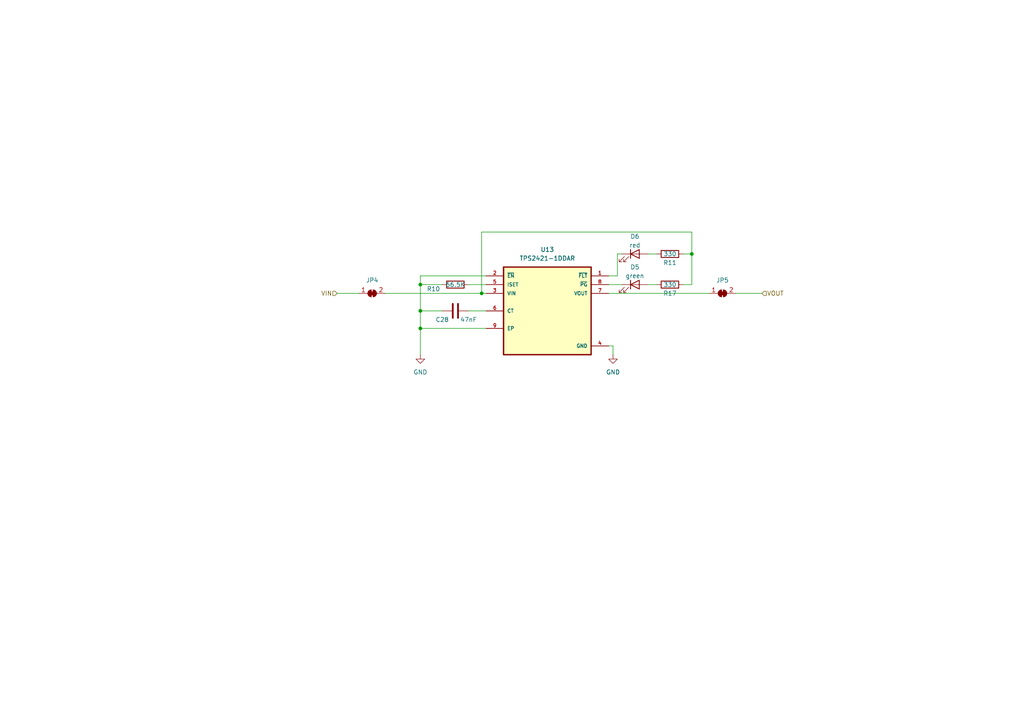
<source format=kicad_sch>
(kicad_sch (version 20230121) (generator eeschema)
  (paper "A4")
  (lib_symbols
    (symbol "00_eurocard:TPS2421-1DDAR" (pin_names (offset 1.016))
      (property "Reference" "U" (at -12.7 13.7 0))
      (property "Value" "TPS2421-1DDAR" (at -12.7 -16.7 0))
      (symbol "TPS2421-1DDAR_0_0"
        (rectangle (start -12.7 -12.7) (end 12.7 12.7) (stroke (width 0.41)) (fill (type background)))
        (pin output line (at 17.78 10.16 180) (length 5.08) (name "~{FLT}") (number "1"))
        (pin input line (at -17.78 10.16 0) (length 5.08) (name "~{EN}") (number "2"))
        (pin input line (at -17.78 5.08 0) (length 5.08) (name "VIN") (number "3"))
        (pin power_in line (at 17.78 -10.16 180) (length 5.08) (name "GND") (number "4"))
        (pin input line (at -17.78 7.62 0) (length 5.08) (name "ISET") (number "5"))
        (pin bidirectional line (at -17.78 0 0) (length 5.08) (name "CT") (number "6"))
        (pin output line (at 17.78 5.08 180) (length 5.08) (name "VOUT") (number "7"))
        (pin output line (at 17.78 7.62 180) (length 5.08) (name "~{PG}") (number "8"))
      )
      (symbol "TPS2421-1DDAR_1_0"
        (pin power_in line (at -17.78 -5.08 0) (length 5.08) (name "EP") (number "9"))
      )
    )
    (symbol "Device:C" (pin_numbers hide) (pin_names (offset 0.254))
      (property "Reference" "C" (at 0.635 2.54 0))
      (property "Value" "C" (at 0.635 -2.54 0))
      (symbol "C_0_1"
        (polyline (pts (xy -2.032 -0.762) (xy 2.032 -0.762)) (stroke (width 0.508)))
        (polyline (pts (xy -2.032 0.762) (xy 2.032 0.762)) (stroke (width 0.508)))
      )
      (symbol "C_1_1"
        (pin passive line (at 0 3.81 270) (length 2.794) (name "~") (number "1"))
        (pin passive line (at 0 -3.81 90) (length 2.794) (name "~") (number "2"))
      )
    )
    (symbol "Device:LED" (pin_numbers hide) (pin_names (offset 1.016) hide)
      (property "Reference" "D" (at 0 2.54 0))
      (property "Value" "LED" (at 0 -2.54 0))
      (symbol "LED_0_1"
        (polyline (pts (xy -1.27 -1.27) (xy -1.27 1.27)) (stroke (width 0.254)))
        (polyline (pts (xy -1.27 0) (xy 1.27 0)))
        (polyline (pts (xy 1.27 -1.27) (xy 1.27 1.27) (xy -1.27 0) (xy 1.27 -1.27)) (stroke (width 0.254)))
        (polyline (pts (xy -3.048 -0.762) (xy -4.572 -2.286) (xy -3.81 -2.286) (xy -4.572 -2.286) (xy -4.572 -1.524)))
        (polyline (pts (xy -1.778 -0.762) (xy -3.302 -2.286) (xy -2.54 -2.286) (xy -3.302 -2.286) (xy -3.302 -1.524)))
      )
      (symbol "LED_1_1"
        (pin passive line (at -3.81 0 0) (length 2.54) (name "K") (number "1"))
        (pin passive line (at 3.81 0 180) (length 2.54) (name "A") (number "2"))
      )
    )
    (symbol "Device:R" (pin_numbers hide) (pin_names (offset 0))
      (property "Reference" "R" (at 2.032 0 90))
      (property "Value" "R" (at 0 0 90))
      (symbol "R_0_1"
        (rectangle (start -1.016 -2.54) (end 1.016 2.54) (stroke (width 0.254)))
      )
      (symbol "R_1_1"
        (pin passive line (at 0 3.81 270) (length 1.27) (name "~") (number "1"))
        (pin passive line (at 0 -3.81 90) (length 1.27) (name "~") (number "2"))
      )
    )
    (symbol "Jumper:SolderJumper_2_Bridged" (pin_names (offset 0) hide)
      (property "Reference" "JP" (at 0 2.032 0))
      (property "Value" "SolderJumper_2_Bridged" (at 0 -2.54 0))
      (symbol "SolderJumper_2_Bridged_0_1"
        (rectangle (start -0.508 0.508) (end 0.508 -0.508) (fill (type outline)))
        (arc (start -0.254 1.016) (mid -1.2656 0) (end -0.254 -1.016))
        (arc (start -0.254 1.016) (mid -1.2656 0) (end -0.254 -1.016) (fill (type outline)))
        (polyline (pts (xy -0.254 1.016) (xy -0.254 -1.016)))
        (polyline (pts (xy 0.254 1.016) (xy 0.254 -1.016)))
        (arc (start 0.254 -1.016) (mid 1.2656 0) (end 0.254 1.016))
        (arc (start 0.254 -1.016) (mid 1.2656 0) (end 0.254 1.016) (fill (type outline)))
      )
      (symbol "SolderJumper_2_Bridged_1_1"
        (pin passive line (at -3.81 0 0) (length 2.54) (name "A") (number "1"))
        (pin passive line (at 3.81 0 180) (length 2.54) (name "B") (number "2"))
      )
    )
    (symbol "power:GND" (power) (pin_names (offset 0))
      (property "Value" "GND" (at 0 -3.81 0))
      (symbol "GND_0_1"
        (polyline (pts (xy 0 0) (xy 0 -1.27) (xy 1.27 -1.27) (xy 0 -2.54) (xy -1.27 -1.27) (xy 0 -1.27)))
      )
      (symbol "GND_1_1"
        (pin power_in line (at 0 0 270) (length 0) hide (name "GND") (number "1"))
      )
    )
  )
  (junction (at 121.92 90.17))
  (junction (at 139.7 85.09))
  (junction (at 121.92 82.55))
  (junction (at 121.92 95.25))
  (junction (at 200.66 73.66))
  (wire (pts (xy 187.96 82.55) (xy 190.5 82.55)))
  (wire (pts (xy 121.92 95.25) (xy 140.97 95.25)))
  (wire (pts (xy 140.97 80.01) (xy 121.92 80.01)))
  (wire (pts (xy 176.53 100.33) (xy 177.8 100.33)))
  (wire (pts (xy 176.53 85.09) (xy 205.74 85.09)))
  (wire (pts (xy 139.7 67.31) (xy 139.7 85.09)))
  (wire (pts (xy 135.89 90.17) (xy 140.97 90.17)))
  (wire (pts (xy 200.66 73.66) (xy 200.66 82.55)))
  (wire (pts (xy 180.34 73.66) (xy 179.07 73.66)))
  (wire (pts (xy 121.92 82.55) (xy 121.92 90.17)))
  (wire (pts (xy 177.8 100.33) (xy 177.8 102.87)))
  (wire (pts (xy 121.92 95.25) (xy 121.92 102.87)))
  (wire (pts (xy 180.34 82.55) (xy 176.53 82.55)))
  (wire (pts (xy 121.92 90.17) (xy 128.27 90.17)))
  (wire (pts (xy 111.76 85.09) (xy 139.7 85.09)))
  (wire (pts (xy 135.89 82.55) (xy 140.97 82.55)))
  (wire (pts (xy 200.66 67.31) (xy 139.7 67.31)))
  (wire (pts (xy 139.7 85.09) (xy 140.97 85.09)))
  (wire (pts (xy 179.07 80.01) (xy 176.53 80.01)))
  (wire (pts (xy 179.07 73.66) (xy 179.07 80.01)))
  (wire (pts (xy 187.96 73.66) (xy 190.5 73.66)))
  (wire (pts (xy 198.12 73.66) (xy 200.66 73.66)))
  (wire (pts (xy 200.66 67.31) (xy 200.66 73.66)))
  (wire (pts (xy 121.92 90.17) (xy 121.92 95.25)))
  (wire (pts (xy 97.79 85.09) (xy 104.14 85.09)))
  (wire (pts (xy 198.12 82.55) (xy 200.66 82.55)))
  (wire (pts (xy 121.92 82.55) (xy 128.27 82.55)))
  (wire (pts (xy 213.36 85.09) (xy 220.98 85.09)))
  (wire (pts (xy 121.92 80.01) (xy 121.92 82.55)))
  (hierarchical_label "VOUT" (shape input) (at 220.98 85.09 0))
  (hierarchical_label "VIN" (shape input) (at 97.79 85.09 180))
  (symbol (lib_id "Device:LED") (at 184.15 73.66 0) (unit 1)
    (property "Reference" "D6" (at 184.15 68.58 0))
    (property "Value" "red" (at 184.15 71.12 0))
    (property "Footprint" "LED_SMD:LED_0805_2012Metric_Pad1.15x1.40mm_HandSolder" (effects hide))
  )
  (symbol (lib_id "Device:R") (at 132.08 82.55 90) (unit 1)
    (property "Reference" "R10" (at 125.73 83.82 90))
    (property "Value" "66.5K" (at 132.08 82.55 90))
    (property "Footprint" "Resistor_SMD:R_0603_1608Metric" (effects hide))
  )
  (symbol (lib_id "Device:R") (at 194.31 82.55 90) (unit 1)
    (property "Reference" "R17" (at 194.31 85.09 90))
    (property "Value" "330" (at 194.31 82.55 90))
    (property "Footprint" "Resistor_SMD:R_0603_1608Metric" (effects hide))
  )
  (symbol (lib_id "Jumper:SolderJumper_2_Bridged") (at 107.95 85.09 0) (unit 1)
    (property "Reference" "JP4" (at 107.95 81.28 0))
    (property "Value" "SolderJumper_2_Bridged" (effects hide))
    (property "Footprint" "Jumper:SolderJumper-2_P1.3mm_Bridged_RoundedPad1.0x1.5mm" (effects hide))
  )
  (symbol (lib_id "00_eurocard:TPS2421-1DDAR") (at 158.75 90.17 0) (unit 1)
    (property "Reference" "U13" (at 158.75 72.39 0))
    (property "Value" "TPS2421-1DDAR" (at 158.75 74.93 0))
    (property "Footprint" "00_eurocard:VREG_LM5017MR_NOPB" (effects hide))
  )
  (symbol (lib_id "Jumper:SolderJumper_2_Bridged") (at 209.55 85.09 0) (unit 1)
    (property "Reference" "JP5" (at 209.55 81.28 0))
    (property "Value" "SolderJumper_2_Bridged" (effects hide))
    (property "Footprint" "Jumper:SolderJumper-2_P1.3mm_Bridged_RoundedPad1.0x1.5mm" (effects hide))
  )
  (symbol (lib_id "Device:C") (at 132.08 90.17 90) (unit 1)
    (property "Reference" "C28" (at 128.27 92.71 90))
    (property "Value" "47nF" (at 135.89 92.71 90))
    (property "Footprint" "Capacitor_SMD:C_0603_1608Metric" (effects hide))
  )
  (symbol (lib_id "Device:R") (at 194.31 73.66 90) (unit 1)
    (property "Reference" "R11" (at 194.31 76.2 90))
    (property "Value" "330" (at 194.31 73.66 90))
    (property "Footprint" "Resistor_SMD:R_0603_1608Metric" (effects hide))
  )
  (symbol (lib_id "power:GND") (at 177.8 102.87 0) (unit 1)
    (property "Reference" "#PWR017" (effects hide))
    (property "Value" "GND" (at 177.8 107.95 0))
  )
  (symbol (lib_id "Device:LED") (at 184.15 82.55 0) (unit 1)
    (property "Reference" "D5" (at 184.15 77.47 0))
    (property "Value" "green" (at 184.15 80.01 0))
    (property "Footprint" "LED_SMD:LED_0805_2012Metric_Pad1.15x1.40mm_HandSolder" (effects hide))
  )
  (symbol (lib_id "power:GND") (at 121.92 102.87 0) (unit 1)
    (property "Reference" "#PWR050" (effects hide))
    (property "Value" "GND" (at 121.92 107.95 0))
  )
)
</source>
